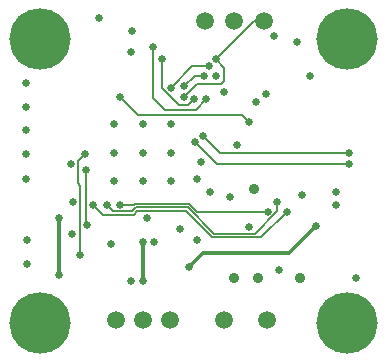
<source format=gbr>
G04 EAGLE Gerber RS-274X export*
G75*
%MOMM*%
%FSLAX34Y34*%
%LPD*%
%INBottom Copper*%
%IPPOS*%
%AMOC8*
5,1,8,0,0,1.08239X$1,22.5*%
G01*
%ADD10C,5.200000*%
%ADD11C,0.654800*%
%ADD12C,0.904800*%
%ADD13C,1.500000*%
%ADD14C,0.300000*%
%ADD15C,0.152400*%


D10*
X30000Y30000D03*
X290000Y30000D03*
X290000Y270000D03*
X30000Y270000D03*
D11*
X179000Y239000D03*
X248000Y268000D03*
X259000Y239000D03*
X18000Y152000D03*
X18000Y173000D03*
X18000Y193000D03*
X18000Y213000D03*
X19000Y80000D03*
X90000Y97000D03*
X19000Y100000D03*
X207000Y111000D03*
X298000Y68000D03*
X232000Y75000D03*
X141000Y150000D03*
X141000Y174000D03*
X141000Y198000D03*
X117000Y198000D03*
X117000Y174000D03*
X117000Y150000D03*
X93000Y150000D03*
X93000Y174000D03*
X93000Y198000D03*
X186000Y225000D03*
X166000Y166000D03*
X163000Y152000D03*
X121000Y119000D03*
X108000Y277000D03*
X107000Y259000D03*
X18000Y233000D03*
X197000Y180000D03*
X213000Y217000D03*
X127000Y98000D03*
X107000Y65000D03*
D12*
X194000Y68000D03*
D11*
X281000Y141000D03*
D13*
X186000Y32000D03*
D11*
X163000Y100000D03*
X191000Y136000D03*
X80000Y288000D03*
X221000Y224000D03*
X56000Y164000D03*
X58000Y132000D03*
X174000Y141000D03*
X228000Y273000D03*
D12*
X211000Y143000D03*
D11*
X46000Y70000D03*
D14*
X46000Y119000D01*
D11*
X46000Y119000D03*
X252000Y138000D03*
X281000Y130000D03*
X149000Y109000D03*
X57000Y105000D03*
D12*
X250000Y68000D03*
D13*
X222000Y32000D03*
D12*
X215000Y68000D03*
D11*
X292000Y173401D03*
X168000Y188000D03*
D15*
X182599Y173401D01*
X292000Y173401D01*
D11*
X141000Y229000D03*
D15*
X159000Y247000D01*
X173000Y247000D01*
D11*
X173000Y247000D03*
D13*
X194000Y285000D03*
D11*
X152000Y230000D03*
D15*
X161036Y239036D01*
X168536Y239036D01*
D11*
X168536Y239036D03*
D13*
X170000Y285000D03*
D11*
X171000Y219000D03*
D15*
X162000Y210000D01*
X136000Y210000D01*
X126000Y220000D01*
X126000Y263000D01*
D11*
X126000Y263000D03*
X133000Y253000D03*
D15*
X133000Y229000D01*
X148000Y214000D01*
X155072Y214000D01*
X160072Y219000D01*
D11*
X160072Y219000D03*
X152000Y221000D03*
D15*
X163000Y232000D01*
D11*
X179000Y253000D03*
D13*
X220000Y285000D03*
D15*
X211000Y285000D01*
X179000Y253000D01*
X186000Y235000D02*
X183000Y232000D01*
X186000Y235000D02*
X186000Y246000D01*
X179000Y253000D01*
X183000Y232000D02*
X163000Y232000D01*
D11*
X70000Y113000D03*
X69000Y159000D03*
D15*
X69000Y114000D01*
X70000Y113000D01*
D11*
X64000Y87000D03*
D15*
X64000Y146000D01*
X62000Y148000D01*
X62000Y167000D01*
X68000Y173000D01*
D11*
X68000Y173000D03*
X117000Y98000D03*
D14*
X117000Y65000D01*
D11*
X117000Y65000D03*
D13*
X117000Y32000D03*
X140000Y32000D03*
D11*
X222880Y124000D03*
X98000Y130000D03*
D15*
X109379Y130000D01*
X163000Y124000D02*
X222880Y124000D01*
X163000Y124000D02*
X156344Y130656D01*
X110035Y130656D01*
X109379Y130000D01*
D11*
X239024Y124000D03*
X75169Y130000D03*
D15*
X83777Y121392D02*
X109392Y121392D01*
X83777Y121392D02*
X75169Y130000D01*
X112560Y124560D02*
X153819Y124560D01*
X112560Y124560D02*
X109392Y121392D01*
X217416Y102392D02*
X239024Y124000D01*
X217416Y102392D02*
X175987Y102392D01*
X153819Y124560D01*
D11*
X230952Y132072D03*
X86584Y130000D03*
D15*
X92144Y124440D02*
X108129Y124440D01*
X92144Y124440D02*
X86584Y130000D01*
X230952Y132072D02*
X230952Y124209D01*
X212183Y105440D01*
X177249Y105440D01*
X155081Y127608D01*
X111297Y127608D01*
X108129Y124440D01*
D11*
X207000Y200000D03*
D15*
X201000Y206000D01*
X113000Y206000D01*
X98000Y221000D01*
D11*
X98000Y221000D03*
X292000Y164599D03*
X161190Y183190D03*
D15*
X179782Y164599D02*
X292000Y164599D01*
X179782Y164599D02*
X161190Y183190D01*
D11*
X264000Y112000D03*
D14*
X241000Y89000D01*
X168000Y89000D02*
X156000Y77000D01*
D11*
X156000Y77000D03*
D14*
X168000Y89000D02*
X241000Y89000D01*
D13*
X94000Y32000D03*
M02*

</source>
